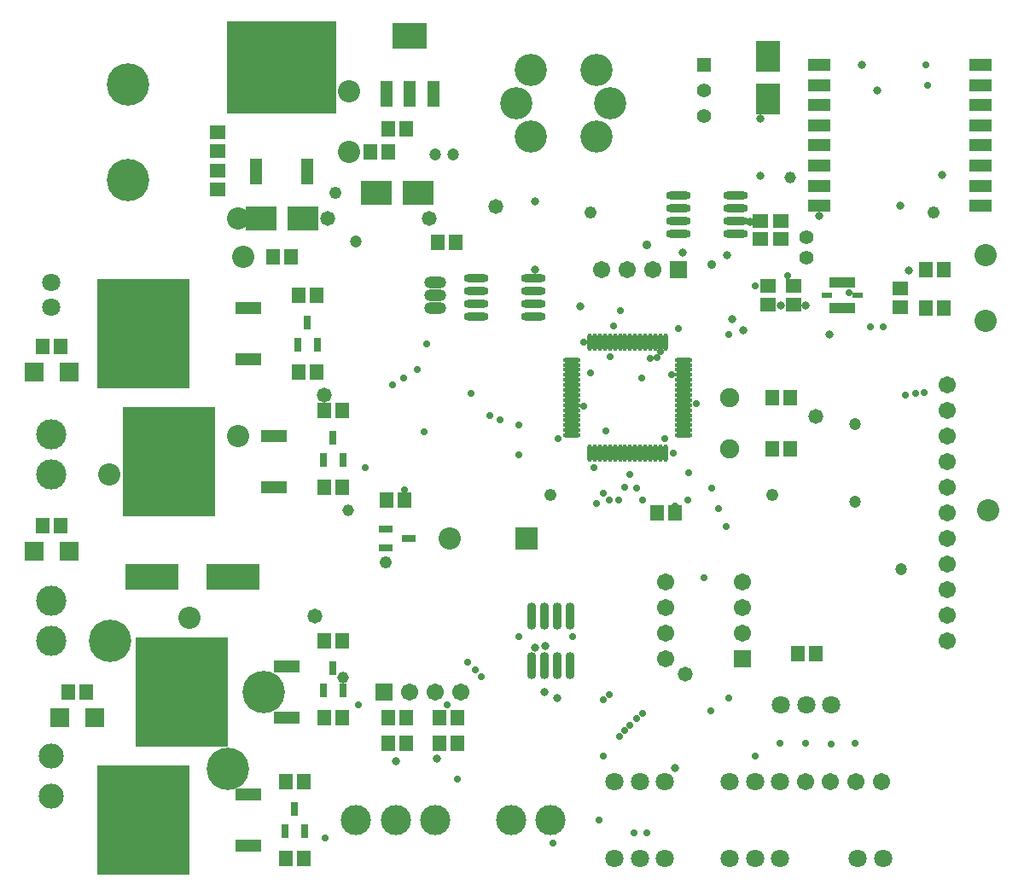
<source format=gts>
%FSLAX25Y25*%
%MOIN*%
G70*
G01*
G75*
G04 Layer_Color=8388736*
%ADD10R,0.07874X0.03937*%
%ADD11C,0.03937*%
%ADD12O,0.02756X0.09843*%
%ADD13R,0.03248X0.01181*%
%ADD14R,0.01181X0.03248*%
%ADD15R,0.04724X0.05512*%
%ADD16R,0.04528X0.02362*%
%ADD17R,0.20276X0.09252*%
%ADD18R,0.05512X0.04724*%
%ADD19R,0.02362X0.04528*%
%ADD20R,0.11221X0.08465*%
%ADD21R,0.08465X0.11221*%
%ADD22R,0.04134X0.09449*%
%ADD23R,0.41929X0.35039*%
%ADD24R,0.12992X0.09449*%
%ADD25R,0.03937X0.09449*%
%ADD26O,0.08858X0.02362*%
%ADD27R,0.09449X0.04134*%
%ADD28R,0.35039X0.41929*%
%ADD29R,0.06693X0.06693*%
%ADD30O,0.00984X0.06102*%
%ADD31O,0.06102X0.00984*%
%ADD32C,0.01500*%
%ADD33C,0.03000*%
%ADD34C,0.03937*%
%ADD35C,0.01000*%
%ADD36C,0.02000*%
%ADD37C,0.07874*%
%ADD38C,0.11811*%
%ADD39C,0.11811*%
%ADD40C,0.04724*%
%ADD41C,0.05906*%
%ADD42R,0.05906X0.05906*%
%ADD43C,0.11000*%
%ADD44C,0.06299*%
%ADD45C,0.15748*%
%ADD46R,0.04724X0.04724*%
%ADD47R,0.07874X0.07874*%
%ADD48C,0.07874*%
%ADD49O,0.07874X0.03937*%
%ADD50O,0.07874X0.03937*%
%ADD51C,0.06693*%
%ADD52C,0.09000*%
%ADD53C,0.02000*%
%ADD54C,0.03800*%
%ADD55C,0.02500*%
%ADD56C,0.05000*%
%ADD57C,0.02800*%
%ADD58C,0.04000*%
%ADD59R,0.11811X0.11811*%
%ADD60C,0.19685*%
%ADD61C,0.00984*%
%ADD62C,0.02362*%
%ADD63C,0.00787*%
%ADD64C,0.00800*%
%ADD65R,0.08674X0.04737*%
%ADD66C,0.04737*%
%ADD67O,0.03556X0.10642*%
%ADD68R,0.04048X0.01981*%
%ADD69R,0.01981X0.04048*%
%ADD70R,0.05524X0.06312*%
%ADD71R,0.05328X0.03162*%
%ADD72R,0.21076X0.10052*%
%ADD73R,0.06312X0.05524*%
%ADD74R,0.03162X0.05328*%
%ADD75R,0.12020X0.09265*%
%ADD76R,0.09265X0.12020*%
%ADD77R,0.04934X0.10249*%
%ADD78R,0.42729X0.35839*%
%ADD79R,0.13792X0.10249*%
%ADD80R,0.04737X0.10249*%
%ADD81O,0.09658X0.03162*%
%ADD82R,0.10249X0.04934*%
%ADD83R,0.35839X0.42729*%
%ADD84R,0.07493X0.07493*%
%ADD85O,0.01784X0.06902*%
%ADD86O,0.06902X0.01784*%
%ADD87C,0.12611*%
%ADD88C,0.05524*%
%ADD89C,0.06706*%
%ADD90R,0.06706X0.06706*%
%ADD91C,0.11800*%
%ADD92C,0.07099*%
%ADD93C,0.16548*%
%ADD94R,0.05524X0.05524*%
%ADD95R,0.08674X0.08674*%
%ADD96C,0.08674*%
%ADD97O,0.08674X0.04737*%
%ADD98O,0.08674X0.04737*%
%ADD99C,0.07493*%
%ADD100C,0.09800*%
%ADD101C,0.04600*%
%ADD102C,0.03300*%
%ADD103C,0.05800*%
%ADD104C,0.03600*%
%ADD105C,0.04800*%
D57*
X357927Y363071D02*
D03*
X350500Y352500D02*
D03*
X369000Y315500D02*
D03*
X278543Y195957D02*
D03*
X316000Y171000D02*
D03*
X284000Y346500D02*
D03*
X332000Y317500D02*
D03*
X323500Y251500D02*
D03*
X266500Y366000D02*
D03*
X334000Y180000D02*
D03*
X347500Y175000D02*
D03*
X352500Y175000D02*
D03*
X431500Y386000D02*
D03*
X363500Y302500D02*
D03*
X336500Y332000D02*
D03*
X356485Y360485D02*
D03*
X353858Y360142D02*
D03*
X359500Y329000D02*
D03*
X362358Y353858D02*
D03*
X365000Y372000D02*
D03*
X327748Y366752D02*
D03*
X318000Y329000D02*
D03*
X375000Y274500D02*
D03*
X368500Y305000D02*
D03*
X384500Y369500D02*
D03*
X372000Y342500D02*
D03*
X383500Y294500D02*
D03*
X380500Y301500D02*
D03*
X378000Y309500D02*
D03*
X302500Y251500D02*
D03*
X328000Y341500D02*
D03*
X330500Y354500D02*
D03*
X453500Y346000D02*
D03*
X457500Y346500D02*
D03*
X461000Y347000D02*
D03*
X462126Y467126D02*
D03*
X445000Y372500D02*
D03*
X440000D02*
D03*
X461504Y475000D02*
D03*
X407500Y392500D02*
D03*
X339500Y373000D02*
D03*
X395000Y388500D02*
D03*
X338110Y360890D02*
D03*
X342047Y379047D02*
D03*
X242500Y317500D02*
D03*
X262827Y355827D02*
D03*
X240000Y225000D02*
D03*
X257500Y352500D02*
D03*
X227000Y173000D02*
D03*
X253079Y349921D02*
D03*
X258000Y309000D02*
D03*
X265500Y331500D02*
D03*
X274500Y225000D02*
D03*
X291110Y338110D02*
D03*
X282500Y241500D02*
D03*
X295142Y336142D02*
D03*
X285500Y238500D02*
D03*
X302673Y334173D02*
D03*
X288000Y236000D02*
D03*
X302500Y322500D02*
D03*
X335500Y205000D02*
D03*
X333000Y303500D02*
D03*
X335500Y307500D02*
D03*
Y227000D02*
D03*
X377500Y222500D02*
D03*
X384500Y227500D02*
D03*
X338000Y305000D02*
D03*
Y229000D02*
D03*
X341500Y305000D02*
D03*
X342000Y212500D02*
D03*
X395000Y205000D02*
D03*
X351000Y305000D02*
D03*
Y221500D02*
D03*
X434000Y210000D02*
D03*
X348500Y309500D02*
D03*
Y219500D02*
D03*
X424500Y209760D02*
D03*
X343900Y309900D02*
D03*
X346000Y315000D02*
D03*
X344000Y215000D02*
D03*
X404685Y209815D02*
D03*
X346000Y217000D02*
D03*
X414500Y210000D02*
D03*
X362752Y323248D02*
D03*
D65*
X420000Y475000D02*
D03*
Y467126D02*
D03*
Y459252D02*
D03*
Y451378D02*
D03*
Y443504D02*
D03*
Y435630D02*
D03*
Y427756D02*
D03*
Y419882D02*
D03*
X482992D02*
D03*
Y427756D02*
D03*
Y435630D02*
D03*
Y443504D02*
D03*
Y451378D02*
D03*
Y459252D02*
D03*
Y467126D02*
D03*
Y475000D02*
D03*
D66*
X277000Y440000D02*
D03*
X270000D02*
D03*
X239000Y406000D02*
D03*
X452000Y278000D02*
D03*
X434000Y334500D02*
D03*
Y304185D02*
D03*
D67*
X322500Y259646D02*
D03*
X317500D02*
D03*
X312500D02*
D03*
X307500D02*
D03*
X322500Y240354D02*
D03*
X317500D02*
D03*
X312500D02*
D03*
X307500D02*
D03*
D68*
X423000Y385000D02*
D03*
X435000D02*
D03*
D69*
X425000Y380118D02*
D03*
X426968D02*
D03*
X428937D02*
D03*
X430905D02*
D03*
X432874D02*
D03*
Y389882D02*
D03*
X430905D02*
D03*
X428937D02*
D03*
X426968D02*
D03*
X425000D02*
D03*
D70*
X258043Y305000D02*
D03*
X250957D02*
D03*
X418543Y245000D02*
D03*
X411457D02*
D03*
X270957Y405500D02*
D03*
X278043D02*
D03*
X278543Y210000D02*
D03*
X271457D02*
D03*
X278543Y220000D02*
D03*
X271457D02*
D03*
X258543Y210000D02*
D03*
X251457D02*
D03*
X258543Y220000D02*
D03*
X251457D02*
D03*
X408543Y325000D02*
D03*
X401457D02*
D03*
X408543Y345000D02*
D03*
X401457D02*
D03*
X123543Y295000D02*
D03*
X116457D02*
D03*
X226457Y310000D02*
D03*
X233543D02*
D03*
X233543Y340000D02*
D03*
X226457D02*
D03*
X223543Y385000D02*
D03*
X216457D02*
D03*
X216457Y355000D02*
D03*
X223543D02*
D03*
X123543Y365000D02*
D03*
X116457D02*
D03*
X206457Y400000D02*
D03*
X213543D02*
D03*
X233543Y250000D02*
D03*
X226457D02*
D03*
X226457Y220000D02*
D03*
X233543D02*
D03*
X133543Y230000D02*
D03*
X126457D02*
D03*
X218543Y195000D02*
D03*
X211457D02*
D03*
X211457Y165000D02*
D03*
X218543D02*
D03*
X251543Y441000D02*
D03*
X244457D02*
D03*
X251457Y450000D02*
D03*
X258543D02*
D03*
X356457Y300000D02*
D03*
X363543D02*
D03*
X468543Y395000D02*
D03*
X461457D02*
D03*
X461457Y380000D02*
D03*
X468543D02*
D03*
D71*
X250571Y293740D02*
D03*
Y286260D02*
D03*
X259429Y290000D02*
D03*
D72*
X190748Y275000D02*
D03*
X159252D02*
D03*
D73*
X185000Y441457D02*
D03*
Y448543D02*
D03*
X185000Y426457D02*
D03*
Y433543D02*
D03*
X405000Y414043D02*
D03*
Y406957D02*
D03*
X400000Y388543D02*
D03*
Y381457D02*
D03*
X410000Y388543D02*
D03*
Y381457D02*
D03*
X451500Y387543D02*
D03*
Y380457D02*
D03*
X397000Y414043D02*
D03*
Y406957D02*
D03*
D74*
X226260Y320571D02*
D03*
X233740D02*
D03*
X230000Y329429D02*
D03*
X216260Y365571D02*
D03*
X223740D02*
D03*
X220000Y374429D02*
D03*
X226260Y230571D02*
D03*
X233740D02*
D03*
X230000Y239429D02*
D03*
X211260Y175571D02*
D03*
X218740D02*
D03*
X215000Y184429D02*
D03*
D75*
X218268Y415000D02*
D03*
X201732D02*
D03*
X263268Y425000D02*
D03*
X246732D02*
D03*
D76*
X400000Y461732D02*
D03*
Y478268D02*
D03*
D77*
X200000Y433228D02*
D03*
X220000D02*
D03*
D78*
X210000Y473976D02*
D03*
D79*
X260000Y486417D02*
D03*
D80*
X269055Y463583D02*
D03*
X260000D02*
D03*
X250945D02*
D03*
D81*
X285780Y391500D02*
D03*
Y386500D02*
D03*
Y381500D02*
D03*
Y376500D02*
D03*
X308221Y391500D02*
D03*
Y386500D02*
D03*
Y381500D02*
D03*
Y376500D02*
D03*
X387221Y409000D02*
D03*
Y414000D02*
D03*
Y419000D02*
D03*
Y424000D02*
D03*
X364779Y409000D02*
D03*
Y414000D02*
D03*
Y419000D02*
D03*
Y424000D02*
D03*
D82*
X196772Y360000D02*
D03*
Y380000D02*
D03*
X206772Y310000D02*
D03*
Y330000D02*
D03*
X196772Y170000D02*
D03*
Y190000D02*
D03*
X211772Y220000D02*
D03*
Y240000D02*
D03*
D83*
X156024Y370000D02*
D03*
X166024Y320000D02*
D03*
X156024Y180000D02*
D03*
X171024Y230000D02*
D03*
D84*
X126850Y285000D02*
D03*
X113150D02*
D03*
X126850Y355000D02*
D03*
X113150D02*
D03*
X136850Y220000D02*
D03*
X123150D02*
D03*
D85*
X359764Y323248D02*
D03*
X357795D02*
D03*
X355827D02*
D03*
X353858D02*
D03*
X351890D02*
D03*
X349921D02*
D03*
X347953D02*
D03*
X345984D02*
D03*
X344016D02*
D03*
X342047D02*
D03*
X340079D02*
D03*
X338110D02*
D03*
X336142D02*
D03*
X334173D02*
D03*
X332205D02*
D03*
X330236D02*
D03*
Y366752D02*
D03*
X332205D02*
D03*
X334173D02*
D03*
X336142D02*
D03*
X338110D02*
D03*
X340079D02*
D03*
X342047D02*
D03*
X344016D02*
D03*
X345984D02*
D03*
X347953D02*
D03*
X349921D02*
D03*
X351890D02*
D03*
X353858D02*
D03*
X355827D02*
D03*
X357795D02*
D03*
X359764D02*
D03*
D86*
X323248Y330236D02*
D03*
Y332205D02*
D03*
Y334173D02*
D03*
Y336142D02*
D03*
Y338110D02*
D03*
Y340079D02*
D03*
Y342047D02*
D03*
Y344016D02*
D03*
Y345984D02*
D03*
Y347953D02*
D03*
Y349921D02*
D03*
Y351890D02*
D03*
Y353858D02*
D03*
Y355827D02*
D03*
Y357795D02*
D03*
Y359764D02*
D03*
X366752D02*
D03*
Y357795D02*
D03*
Y355827D02*
D03*
Y353858D02*
D03*
Y351890D02*
D03*
Y349921D02*
D03*
Y347953D02*
D03*
Y345984D02*
D03*
Y344016D02*
D03*
Y342047D02*
D03*
Y340079D02*
D03*
Y338110D02*
D03*
Y336142D02*
D03*
Y334173D02*
D03*
Y332205D02*
D03*
Y330236D02*
D03*
D87*
X307055Y447055D02*
D03*
X332945Y472945D02*
D03*
X307055D02*
D03*
X301693Y460000D02*
D03*
X332945Y447055D02*
D03*
X338307Y460000D02*
D03*
D88*
X415000Y399626D02*
D03*
Y407500D02*
D03*
X375000Y455000D02*
D03*
Y465000D02*
D03*
D89*
X360000Y273000D02*
D03*
Y263000D02*
D03*
Y253000D02*
D03*
Y243000D02*
D03*
X390000Y273000D02*
D03*
Y263000D02*
D03*
Y253000D02*
D03*
X470000Y350000D02*
D03*
Y340000D02*
D03*
Y330000D02*
D03*
Y320000D02*
D03*
Y290000D02*
D03*
Y310000D02*
D03*
Y300000D02*
D03*
Y280000D02*
D03*
Y270000D02*
D03*
Y260000D02*
D03*
Y250000D02*
D03*
X355000Y395000D02*
D03*
X345000D02*
D03*
X335000D02*
D03*
X260000Y230000D02*
D03*
X270000D02*
D03*
X280000D02*
D03*
X444055Y195000D02*
D03*
X434213D02*
D03*
X424370D02*
D03*
X414528D02*
D03*
D90*
X390000Y243000D02*
D03*
X365000Y395000D02*
D03*
X250000Y230000D02*
D03*
D91*
X120000Y330591D02*
D03*
Y315000D02*
D03*
X238819Y180000D02*
D03*
X254410D02*
D03*
X270000D02*
D03*
X315000D02*
D03*
X299410D02*
D03*
X120000Y250000D02*
D03*
Y265591D02*
D03*
D92*
X405000Y225000D02*
D03*
X414843D02*
D03*
X424685D02*
D03*
X120000Y390000D02*
D03*
Y380157D02*
D03*
X340000Y165000D02*
D03*
X349843D02*
D03*
X359685D02*
D03*
X385000Y195000D02*
D03*
X394843D02*
D03*
X404685D02*
D03*
X385000Y165000D02*
D03*
X394843D02*
D03*
X404685D02*
D03*
X340000Y195000D02*
D03*
X349843D02*
D03*
X359685D02*
D03*
X435000Y165000D02*
D03*
X444842D02*
D03*
D93*
X150000Y430000D02*
D03*
Y467402D02*
D03*
X143000Y250000D02*
D03*
X189000Y200000D02*
D03*
X202974Y229978D02*
D03*
D94*
X375000Y475000D02*
D03*
D95*
X305461Y290000D02*
D03*
D96*
X275539D02*
D03*
X485000Y375000D02*
D03*
Y400591D02*
D03*
X486000Y301000D02*
D03*
X142500Y315000D02*
D03*
X236276Y441000D02*
D03*
X174035Y259035D02*
D03*
X193000Y330000D02*
D03*
X195000Y400000D02*
D03*
X193000Y415000D02*
D03*
X236276Y464512D02*
D03*
D97*
X270000Y380000D02*
D03*
Y390000D02*
D03*
D98*
Y385000D02*
D03*
D99*
X385000Y345000D02*
D03*
Y325000D02*
D03*
D100*
X120000Y189409D02*
D03*
Y205000D02*
D03*
D101*
X408500Y431000D02*
D03*
X236000Y301000D02*
D03*
X233740Y235740D02*
D03*
D102*
X317500Y227500D02*
D03*
X312543Y229957D02*
D03*
X308957Y247457D02*
D03*
X313000Y248000D02*
D03*
X270500Y204000D02*
D03*
X254500Y203000D02*
D03*
X363543Y200457D02*
D03*
X386000Y375500D02*
D03*
X384000Y400500D02*
D03*
X366500Y401500D02*
D03*
X390058Y371442D02*
D03*
X424000Y369500D02*
D03*
X468000Y432000D02*
D03*
X442500Y465000D02*
D03*
X393000Y413500D02*
D03*
X414500Y381000D02*
D03*
X405000D02*
D03*
X420000Y416000D02*
D03*
X455000Y394500D02*
D03*
X451500Y419882D02*
D03*
X436500Y475000D02*
D03*
X397000Y454000D02*
D03*
Y431500D02*
D03*
X326500Y380500D02*
D03*
X309000Y395000D02*
D03*
Y421500D02*
D03*
D103*
X367500Y237000D02*
D03*
X223000Y259500D02*
D03*
X418500Y337500D02*
D03*
X226457Y345957D02*
D03*
X293500Y419500D02*
D03*
X228000Y415000D02*
D03*
X267500D02*
D03*
D104*
X352500Y404500D02*
D03*
X378000Y397000D02*
D03*
D105*
X250571Y280571D02*
D03*
X231000Y425000D02*
D03*
X196850Y488189D02*
D03*
X204724D02*
D03*
X212598D02*
D03*
X220472D02*
D03*
X228346D02*
D03*
X196850Y480315D02*
D03*
X204724D02*
D03*
X212598D02*
D03*
X220472D02*
D03*
X228346D02*
D03*
X196850Y472441D02*
D03*
X204724D02*
D03*
X212598D02*
D03*
X220472D02*
D03*
X228346D02*
D03*
X196850Y464567D02*
D03*
X204724D02*
D03*
X212598D02*
D03*
X220472D02*
D03*
X228346D02*
D03*
X314961Y307087D02*
D03*
X401575D02*
D03*
X464567Y417323D02*
D03*
X330709D02*
D03*
M02*

</source>
